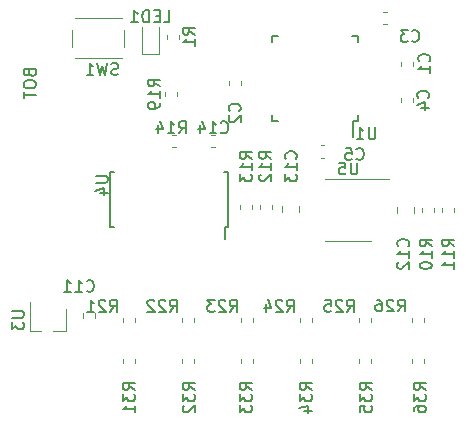
<source format=gbr>
G04 #@! TF.GenerationSoftware,KiCad,Pcbnew,(5.1.4)-1*
G04 #@! TF.CreationDate,2021-04-18T18:25:46+02:00*
G04 #@! TF.ProjectId,KUPS-DIM-6CVLED,4b555053-2d44-4494-9d2d-3643564c4544,V00.03*
G04 #@! TF.SameCoordinates,Original*
G04 #@! TF.FileFunction,Legend,Bot*
G04 #@! TF.FilePolarity,Positive*
%FSLAX46Y46*%
G04 Gerber Fmt 4.6, Leading zero omitted, Abs format (unit mm)*
G04 Created by KiCad (PCBNEW (5.1.4)-1) date 2021-04-18 18:25:46*
%MOMM*%
%LPD*%
G04 APERTURE LIST*
%ADD10C,0.150000*%
%ADD11C,0.120000*%
G04 APERTURE END LIST*
D10*
X91480571Y-106598666D02*
X91528190Y-106741523D01*
X91575809Y-106789142D01*
X91671047Y-106836761D01*
X91813904Y-106836761D01*
X91909142Y-106789142D01*
X91956761Y-106741523D01*
X92004380Y-106646285D01*
X92004380Y-106265333D01*
X91004380Y-106265333D01*
X91004380Y-106598666D01*
X91052000Y-106693904D01*
X91099619Y-106741523D01*
X91194857Y-106789142D01*
X91290095Y-106789142D01*
X91385333Y-106741523D01*
X91432952Y-106693904D01*
X91480571Y-106598666D01*
X91480571Y-106265333D01*
X91004380Y-107455809D02*
X91004380Y-107646285D01*
X91052000Y-107741523D01*
X91147238Y-107836761D01*
X91337714Y-107884380D01*
X91671047Y-107884380D01*
X91861523Y-107836761D01*
X91956761Y-107741523D01*
X92004380Y-107646285D01*
X92004380Y-107455809D01*
X91956761Y-107360571D01*
X91861523Y-107265333D01*
X91671047Y-107217714D01*
X91337714Y-107217714D01*
X91147238Y-107265333D01*
X91052000Y-107360571D01*
X91004380Y-107455809D01*
X91004380Y-108170095D02*
X91004380Y-108741523D01*
X92004380Y-108455809D02*
X91004380Y-108455809D01*
D11*
X112890000Y-118386252D02*
X112890000Y-117863748D01*
X114310000Y-118386252D02*
X114310000Y-117863748D01*
X104390000Y-131171267D02*
X104390000Y-130828733D01*
X105410000Y-131171267D02*
X105410000Y-130828733D01*
X99390000Y-131171267D02*
X99390000Y-130828733D01*
X100410000Y-131171267D02*
X100410000Y-130828733D01*
X99500000Y-104350000D02*
X99500000Y-102950000D01*
X95100000Y-104350000D02*
X95100000Y-102950000D01*
X95300000Y-101950000D02*
X99300000Y-101950000D01*
X95300000Y-105350000D02*
X99300000Y-105350000D01*
X118475000Y-115570000D02*
X121925000Y-115570000D01*
X118475000Y-115570000D02*
X116525000Y-115570000D01*
X118475000Y-120840000D02*
X120425000Y-120840000D01*
X118475000Y-120840000D02*
X116525000Y-120840000D01*
D10*
X108050000Y-119611000D02*
X108050000Y-120686000D01*
X98325000Y-119611000D02*
X98325000Y-114961000D01*
X108275000Y-119611000D02*
X108275000Y-114961000D01*
X98325000Y-119611000D02*
X98650000Y-119611000D01*
X98325000Y-114961000D02*
X98650000Y-114961000D01*
X108275000Y-114961000D02*
X107950000Y-114961000D01*
X108275000Y-119611000D02*
X108050000Y-119611000D01*
D11*
X106883593Y-111859760D02*
X107226127Y-111859760D01*
X106883593Y-112879760D02*
X107226127Y-112879760D01*
X104010000Y-108203733D02*
X104010000Y-108546267D01*
X102990000Y-108203733D02*
X102990000Y-108546267D01*
X99390000Y-127671267D02*
X99390000Y-127328733D01*
X100410000Y-127671267D02*
X100410000Y-127328733D01*
X104390000Y-127671267D02*
X104390000Y-127328733D01*
X105410000Y-127671267D02*
X105410000Y-127328733D01*
X124010000Y-117913748D02*
X124010000Y-118436252D01*
X122590000Y-117913748D02*
X122590000Y-118436252D01*
X91490000Y-128430000D02*
X91490000Y-126000000D01*
X91500000Y-128450000D02*
X92500000Y-128450000D01*
X94550000Y-128450000D02*
X94550000Y-126600000D01*
X93500000Y-128450000D02*
X94550000Y-128450000D01*
X110310000Y-117753733D02*
X110310000Y-118096267D01*
X109290000Y-117753733D02*
X109290000Y-118096267D01*
X112010000Y-117753733D02*
X112010000Y-118096267D01*
X110990000Y-117753733D02*
X110990000Y-118096267D01*
X123890000Y-131171267D02*
X123890000Y-130828733D01*
X124910000Y-131171267D02*
X124910000Y-130828733D01*
X119390000Y-131171267D02*
X119390000Y-130828733D01*
X120410000Y-131171267D02*
X120410000Y-130828733D01*
X114390000Y-131171267D02*
X114390000Y-130828733D01*
X115410000Y-131171267D02*
X115410000Y-130828733D01*
X109390000Y-131171267D02*
X109390000Y-130828733D01*
X110410000Y-131171267D02*
X110410000Y-130828733D01*
X123890000Y-127671267D02*
X123890000Y-127328733D01*
X124910000Y-127671267D02*
X124910000Y-127328733D01*
X114390000Y-127671267D02*
X114390000Y-127328733D01*
X115410000Y-127671267D02*
X115410000Y-127328733D01*
X103107000Y-103680267D02*
X103107000Y-103337733D01*
X104127000Y-103680267D02*
X104127000Y-103337733D01*
X109390000Y-127671267D02*
X109390000Y-127328733D01*
X110410000Y-127671267D02*
X110410000Y-127328733D01*
X127410000Y-118053733D02*
X127410000Y-118396267D01*
X126390000Y-118053733D02*
X126390000Y-118396267D01*
X125710000Y-118053733D02*
X125710000Y-118396267D01*
X124690000Y-118053733D02*
X124690000Y-118396267D01*
X103528313Y-111864840D02*
X103870847Y-111864840D01*
X103528313Y-112884840D02*
X103870847Y-112884840D01*
X119390000Y-127671267D02*
X119390000Y-127328733D01*
X120410000Y-127671267D02*
X120410000Y-127328733D01*
X97010000Y-126953733D02*
X97010000Y-127296267D01*
X95990000Y-126953733D02*
X95990000Y-127296267D01*
X116131361Y-112730980D02*
X116456919Y-112730980D01*
X116131361Y-113750980D02*
X116456919Y-113750980D01*
X122926620Y-109027439D02*
X122926620Y-108701881D01*
X123946620Y-109027439D02*
X123946620Y-108701881D01*
X121742559Y-102470840D02*
X121417001Y-102470840D01*
X121742559Y-101450840D02*
X121417001Y-101450840D01*
X108397820Y-107632879D02*
X108397820Y-107307321D01*
X109417820Y-107632879D02*
X109417820Y-107307321D01*
D10*
X118856600Y-110673460D02*
X118856600Y-112048460D01*
X119281600Y-103423460D02*
X119281600Y-103948460D01*
X112031600Y-103423460D02*
X112031600Y-103948460D01*
X112031600Y-110673460D02*
X112031600Y-110148460D01*
X119281600Y-110673460D02*
X119281600Y-110148460D01*
X112031600Y-110673460D02*
X112556600Y-110673460D01*
X112031600Y-103423460D02*
X112556600Y-103423460D01*
X119281600Y-103423460D02*
X118756600Y-103423460D01*
X119281600Y-110673460D02*
X118856600Y-110673460D01*
D11*
X100977000Y-104954500D02*
X100977000Y-102669500D01*
X102447000Y-104954500D02*
X100977000Y-104954500D01*
X102447000Y-102669500D02*
X102447000Y-104954500D01*
X123946620Y-105691981D02*
X123946620Y-106017539D01*
X122926620Y-105691981D02*
X122926620Y-106017539D01*
D10*
X114007142Y-113857142D02*
X114054761Y-113809523D01*
X114102380Y-113666666D01*
X114102380Y-113571428D01*
X114054761Y-113428571D01*
X113959523Y-113333333D01*
X113864285Y-113285714D01*
X113673809Y-113238095D01*
X113530952Y-113238095D01*
X113340476Y-113285714D01*
X113245238Y-113333333D01*
X113150000Y-113428571D01*
X113102380Y-113571428D01*
X113102380Y-113666666D01*
X113150000Y-113809523D01*
X113197619Y-113857142D01*
X114102380Y-114809523D02*
X114102380Y-114238095D01*
X114102380Y-114523809D02*
X113102380Y-114523809D01*
X113245238Y-114428571D01*
X113340476Y-114333333D01*
X113388095Y-114238095D01*
X113102380Y-115142857D02*
X113102380Y-115761904D01*
X113483333Y-115428571D01*
X113483333Y-115571428D01*
X113530952Y-115666666D01*
X113578571Y-115714285D01*
X113673809Y-115761904D01*
X113911904Y-115761904D01*
X114007142Y-115714285D01*
X114054761Y-115666666D01*
X114102380Y-115571428D01*
X114102380Y-115285714D01*
X114054761Y-115190476D01*
X114007142Y-115142857D01*
X105466380Y-133427142D02*
X104990190Y-133093809D01*
X105466380Y-132855714D02*
X104466380Y-132855714D01*
X104466380Y-133236666D01*
X104514000Y-133331904D01*
X104561619Y-133379523D01*
X104656857Y-133427142D01*
X104799714Y-133427142D01*
X104894952Y-133379523D01*
X104942571Y-133331904D01*
X104990190Y-133236666D01*
X104990190Y-132855714D01*
X104466380Y-133760476D02*
X104466380Y-134379523D01*
X104847333Y-134046190D01*
X104847333Y-134189047D01*
X104894952Y-134284285D01*
X104942571Y-134331904D01*
X105037809Y-134379523D01*
X105275904Y-134379523D01*
X105371142Y-134331904D01*
X105418761Y-134284285D01*
X105466380Y-134189047D01*
X105466380Y-133903333D01*
X105418761Y-133808095D01*
X105371142Y-133760476D01*
X104561619Y-134760476D02*
X104514000Y-134808095D01*
X104466380Y-134903333D01*
X104466380Y-135141428D01*
X104514000Y-135236666D01*
X104561619Y-135284285D01*
X104656857Y-135331904D01*
X104752095Y-135331904D01*
X104894952Y-135284285D01*
X105466380Y-134712857D01*
X105466380Y-135331904D01*
X100386380Y-133427142D02*
X99910190Y-133093809D01*
X100386380Y-132855714D02*
X99386380Y-132855714D01*
X99386380Y-133236666D01*
X99434000Y-133331904D01*
X99481619Y-133379523D01*
X99576857Y-133427142D01*
X99719714Y-133427142D01*
X99814952Y-133379523D01*
X99862571Y-133331904D01*
X99910190Y-133236666D01*
X99910190Y-132855714D01*
X99386380Y-133760476D02*
X99386380Y-134379523D01*
X99767333Y-134046190D01*
X99767333Y-134189047D01*
X99814952Y-134284285D01*
X99862571Y-134331904D01*
X99957809Y-134379523D01*
X100195904Y-134379523D01*
X100291142Y-134331904D01*
X100338761Y-134284285D01*
X100386380Y-134189047D01*
X100386380Y-133903333D01*
X100338761Y-133808095D01*
X100291142Y-133760476D01*
X100386380Y-135331904D02*
X100386380Y-134760476D01*
X100386380Y-135046190D02*
X99386380Y-135046190D01*
X99529238Y-134950952D01*
X99624476Y-134855714D01*
X99672095Y-134760476D01*
X98983333Y-106704761D02*
X98840476Y-106752380D01*
X98602380Y-106752380D01*
X98507142Y-106704761D01*
X98459523Y-106657142D01*
X98411904Y-106561904D01*
X98411904Y-106466666D01*
X98459523Y-106371428D01*
X98507142Y-106323809D01*
X98602380Y-106276190D01*
X98792857Y-106228571D01*
X98888095Y-106180952D01*
X98935714Y-106133333D01*
X98983333Y-106038095D01*
X98983333Y-105942857D01*
X98935714Y-105847619D01*
X98888095Y-105800000D01*
X98792857Y-105752380D01*
X98554761Y-105752380D01*
X98411904Y-105800000D01*
X98078571Y-105752380D02*
X97840476Y-106752380D01*
X97650000Y-106038095D01*
X97459523Y-106752380D01*
X97221428Y-105752380D01*
X96316666Y-106752380D02*
X96888095Y-106752380D01*
X96602380Y-106752380D02*
X96602380Y-105752380D01*
X96697619Y-105895238D01*
X96792857Y-105990476D01*
X96888095Y-106038095D01*
X119236904Y-114177380D02*
X119236904Y-114986904D01*
X119189285Y-115082142D01*
X119141666Y-115129761D01*
X119046428Y-115177380D01*
X118855952Y-115177380D01*
X118760714Y-115129761D01*
X118713095Y-115082142D01*
X118665476Y-114986904D01*
X118665476Y-114177380D01*
X117713095Y-114177380D02*
X118189285Y-114177380D01*
X118236904Y-114653571D01*
X118189285Y-114605952D01*
X118094047Y-114558333D01*
X117855952Y-114558333D01*
X117760714Y-114605952D01*
X117713095Y-114653571D01*
X117665476Y-114748809D01*
X117665476Y-114986904D01*
X117713095Y-115082142D01*
X117760714Y-115129761D01*
X117855952Y-115177380D01*
X118094047Y-115177380D01*
X118189285Y-115129761D01*
X118236904Y-115082142D01*
X97100380Y-115306095D02*
X97909904Y-115306095D01*
X98005142Y-115353714D01*
X98052761Y-115401333D01*
X98100380Y-115496571D01*
X98100380Y-115687047D01*
X98052761Y-115782285D01*
X98005142Y-115829904D01*
X97909904Y-115877523D01*
X97100380Y-115877523D01*
X97433714Y-116782285D02*
X98100380Y-116782285D01*
X97052761Y-116544190D02*
X97767047Y-116306095D01*
X97767047Y-116925142D01*
X107688857Y-111599142D02*
X107736476Y-111646761D01*
X107879333Y-111694380D01*
X107974571Y-111694380D01*
X108117428Y-111646761D01*
X108212666Y-111551523D01*
X108260285Y-111456285D01*
X108307904Y-111265809D01*
X108307904Y-111122952D01*
X108260285Y-110932476D01*
X108212666Y-110837238D01*
X108117428Y-110742000D01*
X107974571Y-110694380D01*
X107879333Y-110694380D01*
X107736476Y-110742000D01*
X107688857Y-110789619D01*
X106736476Y-111694380D02*
X107307904Y-111694380D01*
X107022190Y-111694380D02*
X107022190Y-110694380D01*
X107117428Y-110837238D01*
X107212666Y-110932476D01*
X107307904Y-110980095D01*
X105879333Y-111027714D02*
X105879333Y-111694380D01*
X106117428Y-110646761D02*
X106355523Y-111361047D01*
X105736476Y-111361047D01*
X102522380Y-107732142D02*
X102046190Y-107398809D01*
X102522380Y-107160714D02*
X101522380Y-107160714D01*
X101522380Y-107541666D01*
X101570000Y-107636904D01*
X101617619Y-107684523D01*
X101712857Y-107732142D01*
X101855714Y-107732142D01*
X101950952Y-107684523D01*
X101998571Y-107636904D01*
X102046190Y-107541666D01*
X102046190Y-107160714D01*
X102522380Y-108684523D02*
X102522380Y-108113095D01*
X102522380Y-108398809D02*
X101522380Y-108398809D01*
X101665238Y-108303571D01*
X101760476Y-108208333D01*
X101808095Y-108113095D01*
X102522380Y-109160714D02*
X102522380Y-109351190D01*
X102474761Y-109446428D01*
X102427142Y-109494047D01*
X102284285Y-109589285D01*
X102093809Y-109636904D01*
X101712857Y-109636904D01*
X101617619Y-109589285D01*
X101570000Y-109541666D01*
X101522380Y-109446428D01*
X101522380Y-109255952D01*
X101570000Y-109160714D01*
X101617619Y-109113095D01*
X101712857Y-109065476D01*
X101950952Y-109065476D01*
X102046190Y-109113095D01*
X102093809Y-109160714D01*
X102141428Y-109255952D01*
X102141428Y-109446428D01*
X102093809Y-109541666D01*
X102046190Y-109589285D01*
X101950952Y-109636904D01*
X98290857Y-126802380D02*
X98624190Y-126326190D01*
X98862285Y-126802380D02*
X98862285Y-125802380D01*
X98481333Y-125802380D01*
X98386095Y-125850000D01*
X98338476Y-125897619D01*
X98290857Y-125992857D01*
X98290857Y-126135714D01*
X98338476Y-126230952D01*
X98386095Y-126278571D01*
X98481333Y-126326190D01*
X98862285Y-126326190D01*
X97909904Y-125897619D02*
X97862285Y-125850000D01*
X97767047Y-125802380D01*
X97528952Y-125802380D01*
X97433714Y-125850000D01*
X97386095Y-125897619D01*
X97338476Y-125992857D01*
X97338476Y-126088095D01*
X97386095Y-126230952D01*
X97957523Y-126802380D01*
X97338476Y-126802380D01*
X96386095Y-126802380D02*
X96957523Y-126802380D01*
X96671809Y-126802380D02*
X96671809Y-125802380D01*
X96767047Y-125945238D01*
X96862285Y-126040476D01*
X96957523Y-126088095D01*
X103370857Y-126802380D02*
X103704190Y-126326190D01*
X103942285Y-126802380D02*
X103942285Y-125802380D01*
X103561333Y-125802380D01*
X103466095Y-125850000D01*
X103418476Y-125897619D01*
X103370857Y-125992857D01*
X103370857Y-126135714D01*
X103418476Y-126230952D01*
X103466095Y-126278571D01*
X103561333Y-126326190D01*
X103942285Y-126326190D01*
X102989904Y-125897619D02*
X102942285Y-125850000D01*
X102847047Y-125802380D01*
X102608952Y-125802380D01*
X102513714Y-125850000D01*
X102466095Y-125897619D01*
X102418476Y-125992857D01*
X102418476Y-126088095D01*
X102466095Y-126230952D01*
X103037523Y-126802380D01*
X102418476Y-126802380D01*
X102037523Y-125897619D02*
X101989904Y-125850000D01*
X101894666Y-125802380D01*
X101656571Y-125802380D01*
X101561333Y-125850000D01*
X101513714Y-125897619D01*
X101466095Y-125992857D01*
X101466095Y-126088095D01*
X101513714Y-126230952D01*
X102085142Y-126802380D01*
X101466095Y-126802380D01*
X123532142Y-121267142D02*
X123579761Y-121219523D01*
X123627380Y-121076666D01*
X123627380Y-120981428D01*
X123579761Y-120838571D01*
X123484523Y-120743333D01*
X123389285Y-120695714D01*
X123198809Y-120648095D01*
X123055952Y-120648095D01*
X122865476Y-120695714D01*
X122770238Y-120743333D01*
X122675000Y-120838571D01*
X122627380Y-120981428D01*
X122627380Y-121076666D01*
X122675000Y-121219523D01*
X122722619Y-121267142D01*
X123627380Y-122219523D02*
X123627380Y-121648095D01*
X123627380Y-121933809D02*
X122627380Y-121933809D01*
X122770238Y-121838571D01*
X122865476Y-121743333D01*
X122913095Y-121648095D01*
X122722619Y-122600476D02*
X122675000Y-122648095D01*
X122627380Y-122743333D01*
X122627380Y-122981428D01*
X122675000Y-123076666D01*
X122722619Y-123124285D01*
X122817857Y-123171904D01*
X122913095Y-123171904D01*
X123055952Y-123124285D01*
X123627380Y-122552857D01*
X123627380Y-123171904D01*
X90002380Y-126738095D02*
X90811904Y-126738095D01*
X90907142Y-126785714D01*
X90954761Y-126833333D01*
X91002380Y-126928571D01*
X91002380Y-127119047D01*
X90954761Y-127214285D01*
X90907142Y-127261904D01*
X90811904Y-127309523D01*
X90002380Y-127309523D01*
X90002380Y-127690476D02*
X90002380Y-128309523D01*
X90383333Y-127976190D01*
X90383333Y-128119047D01*
X90430952Y-128214285D01*
X90478571Y-128261904D01*
X90573809Y-128309523D01*
X90811904Y-128309523D01*
X90907142Y-128261904D01*
X90954761Y-128214285D01*
X91002380Y-128119047D01*
X91002380Y-127833333D01*
X90954761Y-127738095D01*
X90907142Y-127690476D01*
X110292380Y-113857142D02*
X109816190Y-113523809D01*
X110292380Y-113285714D02*
X109292380Y-113285714D01*
X109292380Y-113666666D01*
X109340000Y-113761904D01*
X109387619Y-113809523D01*
X109482857Y-113857142D01*
X109625714Y-113857142D01*
X109720952Y-113809523D01*
X109768571Y-113761904D01*
X109816190Y-113666666D01*
X109816190Y-113285714D01*
X110292380Y-114809523D02*
X110292380Y-114238095D01*
X110292380Y-114523809D02*
X109292380Y-114523809D01*
X109435238Y-114428571D01*
X109530476Y-114333333D01*
X109578095Y-114238095D01*
X109292380Y-115142857D02*
X109292380Y-115761904D01*
X109673333Y-115428571D01*
X109673333Y-115571428D01*
X109720952Y-115666666D01*
X109768571Y-115714285D01*
X109863809Y-115761904D01*
X110101904Y-115761904D01*
X110197142Y-115714285D01*
X110244761Y-115666666D01*
X110292380Y-115571428D01*
X110292380Y-115285714D01*
X110244761Y-115190476D01*
X110197142Y-115142857D01*
X111952380Y-113857142D02*
X111476190Y-113523809D01*
X111952380Y-113285714D02*
X110952380Y-113285714D01*
X110952380Y-113666666D01*
X111000000Y-113761904D01*
X111047619Y-113809523D01*
X111142857Y-113857142D01*
X111285714Y-113857142D01*
X111380952Y-113809523D01*
X111428571Y-113761904D01*
X111476190Y-113666666D01*
X111476190Y-113285714D01*
X111952380Y-114809523D02*
X111952380Y-114238095D01*
X111952380Y-114523809D02*
X110952380Y-114523809D01*
X111095238Y-114428571D01*
X111190476Y-114333333D01*
X111238095Y-114238095D01*
X111047619Y-115190476D02*
X111000000Y-115238095D01*
X110952380Y-115333333D01*
X110952380Y-115571428D01*
X111000000Y-115666666D01*
X111047619Y-115714285D01*
X111142857Y-115761904D01*
X111238095Y-115761904D01*
X111380952Y-115714285D01*
X111952380Y-115142857D01*
X111952380Y-115761904D01*
X125024380Y-133427142D02*
X124548190Y-133093809D01*
X125024380Y-132855714D02*
X124024380Y-132855714D01*
X124024380Y-133236666D01*
X124072000Y-133331904D01*
X124119619Y-133379523D01*
X124214857Y-133427142D01*
X124357714Y-133427142D01*
X124452952Y-133379523D01*
X124500571Y-133331904D01*
X124548190Y-133236666D01*
X124548190Y-132855714D01*
X124024380Y-133760476D02*
X124024380Y-134379523D01*
X124405333Y-134046190D01*
X124405333Y-134189047D01*
X124452952Y-134284285D01*
X124500571Y-134331904D01*
X124595809Y-134379523D01*
X124833904Y-134379523D01*
X124929142Y-134331904D01*
X124976761Y-134284285D01*
X125024380Y-134189047D01*
X125024380Y-133903333D01*
X124976761Y-133808095D01*
X124929142Y-133760476D01*
X124024380Y-135236666D02*
X124024380Y-135046190D01*
X124072000Y-134950952D01*
X124119619Y-134903333D01*
X124262476Y-134808095D01*
X124452952Y-134760476D01*
X124833904Y-134760476D01*
X124929142Y-134808095D01*
X124976761Y-134855714D01*
X125024380Y-134950952D01*
X125024380Y-135141428D01*
X124976761Y-135236666D01*
X124929142Y-135284285D01*
X124833904Y-135331904D01*
X124595809Y-135331904D01*
X124500571Y-135284285D01*
X124452952Y-135236666D01*
X124405333Y-135141428D01*
X124405333Y-134950952D01*
X124452952Y-134855714D01*
X124500571Y-134808095D01*
X124595809Y-134760476D01*
X120452380Y-133427142D02*
X119976190Y-133093809D01*
X120452380Y-132855714D02*
X119452380Y-132855714D01*
X119452380Y-133236666D01*
X119500000Y-133331904D01*
X119547619Y-133379523D01*
X119642857Y-133427142D01*
X119785714Y-133427142D01*
X119880952Y-133379523D01*
X119928571Y-133331904D01*
X119976190Y-133236666D01*
X119976190Y-132855714D01*
X119452380Y-133760476D02*
X119452380Y-134379523D01*
X119833333Y-134046190D01*
X119833333Y-134189047D01*
X119880952Y-134284285D01*
X119928571Y-134331904D01*
X120023809Y-134379523D01*
X120261904Y-134379523D01*
X120357142Y-134331904D01*
X120404761Y-134284285D01*
X120452380Y-134189047D01*
X120452380Y-133903333D01*
X120404761Y-133808095D01*
X120357142Y-133760476D01*
X119452380Y-135284285D02*
X119452380Y-134808095D01*
X119928571Y-134760476D01*
X119880952Y-134808095D01*
X119833333Y-134903333D01*
X119833333Y-135141428D01*
X119880952Y-135236666D01*
X119928571Y-135284285D01*
X120023809Y-135331904D01*
X120261904Y-135331904D01*
X120357142Y-135284285D01*
X120404761Y-135236666D01*
X120452380Y-135141428D01*
X120452380Y-134903333D01*
X120404761Y-134808095D01*
X120357142Y-134760476D01*
X115372380Y-133427142D02*
X114896190Y-133093809D01*
X115372380Y-132855714D02*
X114372380Y-132855714D01*
X114372380Y-133236666D01*
X114420000Y-133331904D01*
X114467619Y-133379523D01*
X114562857Y-133427142D01*
X114705714Y-133427142D01*
X114800952Y-133379523D01*
X114848571Y-133331904D01*
X114896190Y-133236666D01*
X114896190Y-132855714D01*
X114372380Y-133760476D02*
X114372380Y-134379523D01*
X114753333Y-134046190D01*
X114753333Y-134189047D01*
X114800952Y-134284285D01*
X114848571Y-134331904D01*
X114943809Y-134379523D01*
X115181904Y-134379523D01*
X115277142Y-134331904D01*
X115324761Y-134284285D01*
X115372380Y-134189047D01*
X115372380Y-133903333D01*
X115324761Y-133808095D01*
X115277142Y-133760476D01*
X114705714Y-135236666D02*
X115372380Y-135236666D01*
X114324761Y-134998571D02*
X115039047Y-134760476D01*
X115039047Y-135379523D01*
X110292380Y-133427142D02*
X109816190Y-133093809D01*
X110292380Y-132855714D02*
X109292380Y-132855714D01*
X109292380Y-133236666D01*
X109340000Y-133331904D01*
X109387619Y-133379523D01*
X109482857Y-133427142D01*
X109625714Y-133427142D01*
X109720952Y-133379523D01*
X109768571Y-133331904D01*
X109816190Y-133236666D01*
X109816190Y-132855714D01*
X109292380Y-133760476D02*
X109292380Y-134379523D01*
X109673333Y-134046190D01*
X109673333Y-134189047D01*
X109720952Y-134284285D01*
X109768571Y-134331904D01*
X109863809Y-134379523D01*
X110101904Y-134379523D01*
X110197142Y-134331904D01*
X110244761Y-134284285D01*
X110292380Y-134189047D01*
X110292380Y-133903333D01*
X110244761Y-133808095D01*
X110197142Y-133760476D01*
X109292380Y-134712857D02*
X109292380Y-135331904D01*
X109673333Y-134998571D01*
X109673333Y-135141428D01*
X109720952Y-135236666D01*
X109768571Y-135284285D01*
X109863809Y-135331904D01*
X110101904Y-135331904D01*
X110197142Y-135284285D01*
X110244761Y-135236666D01*
X110292380Y-135141428D01*
X110292380Y-134855714D01*
X110244761Y-134760476D01*
X110197142Y-134712857D01*
X122674857Y-126777380D02*
X123008190Y-126301190D01*
X123246285Y-126777380D02*
X123246285Y-125777380D01*
X122865333Y-125777380D01*
X122770095Y-125825000D01*
X122722476Y-125872619D01*
X122674857Y-125967857D01*
X122674857Y-126110714D01*
X122722476Y-126205952D01*
X122770095Y-126253571D01*
X122865333Y-126301190D01*
X123246285Y-126301190D01*
X122293904Y-125872619D02*
X122246285Y-125825000D01*
X122151047Y-125777380D01*
X121912952Y-125777380D01*
X121817714Y-125825000D01*
X121770095Y-125872619D01*
X121722476Y-125967857D01*
X121722476Y-126063095D01*
X121770095Y-126205952D01*
X122341523Y-126777380D01*
X121722476Y-126777380D01*
X120865333Y-125777380D02*
X121055809Y-125777380D01*
X121151047Y-125825000D01*
X121198666Y-125872619D01*
X121293904Y-126015476D01*
X121341523Y-126205952D01*
X121341523Y-126586904D01*
X121293904Y-126682142D01*
X121246285Y-126729761D01*
X121151047Y-126777380D01*
X120960571Y-126777380D01*
X120865333Y-126729761D01*
X120817714Y-126682142D01*
X120770095Y-126586904D01*
X120770095Y-126348809D01*
X120817714Y-126253571D01*
X120865333Y-126205952D01*
X120960571Y-126158333D01*
X121151047Y-126158333D01*
X121246285Y-126205952D01*
X121293904Y-126253571D01*
X121341523Y-126348809D01*
X113276857Y-126802380D02*
X113610190Y-126326190D01*
X113848285Y-126802380D02*
X113848285Y-125802380D01*
X113467333Y-125802380D01*
X113372095Y-125850000D01*
X113324476Y-125897619D01*
X113276857Y-125992857D01*
X113276857Y-126135714D01*
X113324476Y-126230952D01*
X113372095Y-126278571D01*
X113467333Y-126326190D01*
X113848285Y-126326190D01*
X112895904Y-125897619D02*
X112848285Y-125850000D01*
X112753047Y-125802380D01*
X112514952Y-125802380D01*
X112419714Y-125850000D01*
X112372095Y-125897619D01*
X112324476Y-125992857D01*
X112324476Y-126088095D01*
X112372095Y-126230952D01*
X112943523Y-126802380D01*
X112324476Y-126802380D01*
X111467333Y-126135714D02*
X111467333Y-126802380D01*
X111705428Y-125754761D02*
X111943523Y-126469047D01*
X111324476Y-126469047D01*
X105466380Y-103342333D02*
X104990190Y-103009000D01*
X105466380Y-102770904D02*
X104466380Y-102770904D01*
X104466380Y-103151857D01*
X104514000Y-103247095D01*
X104561619Y-103294714D01*
X104656857Y-103342333D01*
X104799714Y-103342333D01*
X104894952Y-103294714D01*
X104942571Y-103247095D01*
X104990190Y-103151857D01*
X104990190Y-102770904D01*
X105466380Y-104294714D02*
X105466380Y-103723285D01*
X105466380Y-104009000D02*
X104466380Y-104009000D01*
X104609238Y-103913761D01*
X104704476Y-103818523D01*
X104752095Y-103723285D01*
X108450857Y-126802380D02*
X108784190Y-126326190D01*
X109022285Y-126802380D02*
X109022285Y-125802380D01*
X108641333Y-125802380D01*
X108546095Y-125850000D01*
X108498476Y-125897619D01*
X108450857Y-125992857D01*
X108450857Y-126135714D01*
X108498476Y-126230952D01*
X108546095Y-126278571D01*
X108641333Y-126326190D01*
X109022285Y-126326190D01*
X108069904Y-125897619D02*
X108022285Y-125850000D01*
X107927047Y-125802380D01*
X107688952Y-125802380D01*
X107593714Y-125850000D01*
X107546095Y-125897619D01*
X107498476Y-125992857D01*
X107498476Y-126088095D01*
X107546095Y-126230952D01*
X108117523Y-126802380D01*
X107498476Y-126802380D01*
X107165142Y-125802380D02*
X106546095Y-125802380D01*
X106879428Y-126183333D01*
X106736571Y-126183333D01*
X106641333Y-126230952D01*
X106593714Y-126278571D01*
X106546095Y-126373809D01*
X106546095Y-126611904D01*
X106593714Y-126707142D01*
X106641333Y-126754761D01*
X106736571Y-126802380D01*
X107022285Y-126802380D01*
X107117523Y-126754761D01*
X107165142Y-126707142D01*
X127437380Y-121267142D02*
X126961190Y-120933809D01*
X127437380Y-120695714D02*
X126437380Y-120695714D01*
X126437380Y-121076666D01*
X126485000Y-121171904D01*
X126532619Y-121219523D01*
X126627857Y-121267142D01*
X126770714Y-121267142D01*
X126865952Y-121219523D01*
X126913571Y-121171904D01*
X126961190Y-121076666D01*
X126961190Y-120695714D01*
X127437380Y-122219523D02*
X127437380Y-121648095D01*
X127437380Y-121933809D02*
X126437380Y-121933809D01*
X126580238Y-121838571D01*
X126675476Y-121743333D01*
X126723095Y-121648095D01*
X127437380Y-123171904D02*
X127437380Y-122600476D01*
X127437380Y-122886190D02*
X126437380Y-122886190D01*
X126580238Y-122790952D01*
X126675476Y-122695714D01*
X126723095Y-122600476D01*
X125532380Y-121267142D02*
X125056190Y-120933809D01*
X125532380Y-120695714D02*
X124532380Y-120695714D01*
X124532380Y-121076666D01*
X124580000Y-121171904D01*
X124627619Y-121219523D01*
X124722857Y-121267142D01*
X124865714Y-121267142D01*
X124960952Y-121219523D01*
X125008571Y-121171904D01*
X125056190Y-121076666D01*
X125056190Y-120695714D01*
X125532380Y-122219523D02*
X125532380Y-121648095D01*
X125532380Y-121933809D02*
X124532380Y-121933809D01*
X124675238Y-121838571D01*
X124770476Y-121743333D01*
X124818095Y-121648095D01*
X124532380Y-122838571D02*
X124532380Y-122933809D01*
X124580000Y-123029047D01*
X124627619Y-123076666D01*
X124722857Y-123124285D01*
X124913333Y-123171904D01*
X125151428Y-123171904D01*
X125341904Y-123124285D01*
X125437142Y-123076666D01*
X125484761Y-123029047D01*
X125532380Y-122933809D01*
X125532380Y-122838571D01*
X125484761Y-122743333D01*
X125437142Y-122695714D01*
X125341904Y-122648095D01*
X125151428Y-122600476D01*
X124913333Y-122600476D01*
X124722857Y-122648095D01*
X124627619Y-122695714D01*
X124580000Y-122743333D01*
X124532380Y-122838571D01*
X104132857Y-111694380D02*
X104466190Y-111218190D01*
X104704285Y-111694380D02*
X104704285Y-110694380D01*
X104323333Y-110694380D01*
X104228095Y-110742000D01*
X104180476Y-110789619D01*
X104132857Y-110884857D01*
X104132857Y-111027714D01*
X104180476Y-111122952D01*
X104228095Y-111170571D01*
X104323333Y-111218190D01*
X104704285Y-111218190D01*
X103180476Y-111694380D02*
X103751904Y-111694380D01*
X103466190Y-111694380D02*
X103466190Y-110694380D01*
X103561428Y-110837238D01*
X103656666Y-110932476D01*
X103751904Y-110980095D01*
X102323333Y-111027714D02*
X102323333Y-111694380D01*
X102561428Y-110646761D02*
X102799523Y-111361047D01*
X102180476Y-111361047D01*
X118356857Y-126802380D02*
X118690190Y-126326190D01*
X118928285Y-126802380D02*
X118928285Y-125802380D01*
X118547333Y-125802380D01*
X118452095Y-125850000D01*
X118404476Y-125897619D01*
X118356857Y-125992857D01*
X118356857Y-126135714D01*
X118404476Y-126230952D01*
X118452095Y-126278571D01*
X118547333Y-126326190D01*
X118928285Y-126326190D01*
X117975904Y-125897619D02*
X117928285Y-125850000D01*
X117833047Y-125802380D01*
X117594952Y-125802380D01*
X117499714Y-125850000D01*
X117452095Y-125897619D01*
X117404476Y-125992857D01*
X117404476Y-126088095D01*
X117452095Y-126230952D01*
X118023523Y-126802380D01*
X117404476Y-126802380D01*
X116499714Y-125802380D02*
X116975904Y-125802380D01*
X117023523Y-126278571D01*
X116975904Y-126230952D01*
X116880666Y-126183333D01*
X116642571Y-126183333D01*
X116547333Y-126230952D01*
X116499714Y-126278571D01*
X116452095Y-126373809D01*
X116452095Y-126611904D01*
X116499714Y-126707142D01*
X116547333Y-126754761D01*
X116642571Y-126802380D01*
X116880666Y-126802380D01*
X116975904Y-126754761D01*
X117023523Y-126707142D01*
X96312857Y-125027142D02*
X96360476Y-125074761D01*
X96503333Y-125122380D01*
X96598571Y-125122380D01*
X96741428Y-125074761D01*
X96836666Y-124979523D01*
X96884285Y-124884285D01*
X96931904Y-124693809D01*
X96931904Y-124550952D01*
X96884285Y-124360476D01*
X96836666Y-124265238D01*
X96741428Y-124170000D01*
X96598571Y-124122380D01*
X96503333Y-124122380D01*
X96360476Y-124170000D01*
X96312857Y-124217619D01*
X95360476Y-125122380D02*
X95931904Y-125122380D01*
X95646190Y-125122380D02*
X95646190Y-124122380D01*
X95741428Y-124265238D01*
X95836666Y-124360476D01*
X95931904Y-124408095D01*
X94408095Y-125122380D02*
X94979523Y-125122380D01*
X94693809Y-125122380D02*
X94693809Y-124122380D01*
X94789047Y-124265238D01*
X94884285Y-124360476D01*
X94979523Y-124408095D01*
X119166666Y-113857142D02*
X119214285Y-113904761D01*
X119357142Y-113952380D01*
X119452380Y-113952380D01*
X119595238Y-113904761D01*
X119690476Y-113809523D01*
X119738095Y-113714285D01*
X119785714Y-113523809D01*
X119785714Y-113380952D01*
X119738095Y-113190476D01*
X119690476Y-113095238D01*
X119595238Y-113000000D01*
X119452380Y-112952380D01*
X119357142Y-112952380D01*
X119214285Y-113000000D01*
X119166666Y-113047619D01*
X118261904Y-112952380D02*
X118738095Y-112952380D01*
X118785714Y-113428571D01*
X118738095Y-113380952D01*
X118642857Y-113333333D01*
X118404761Y-113333333D01*
X118309523Y-113380952D01*
X118261904Y-113428571D01*
X118214285Y-113523809D01*
X118214285Y-113761904D01*
X118261904Y-113857142D01*
X118309523Y-113904761D01*
X118404761Y-113952380D01*
X118642857Y-113952380D01*
X118738095Y-113904761D01*
X118785714Y-113857142D01*
X125223762Y-108697993D02*
X125271381Y-108650374D01*
X125319000Y-108507517D01*
X125319000Y-108412279D01*
X125271381Y-108269421D01*
X125176143Y-108174183D01*
X125080905Y-108126564D01*
X124890429Y-108078945D01*
X124747572Y-108078945D01*
X124557096Y-108126564D01*
X124461858Y-108174183D01*
X124366620Y-108269421D01*
X124319000Y-108412279D01*
X124319000Y-108507517D01*
X124366620Y-108650374D01*
X124414239Y-108697993D01*
X124652334Y-109555136D02*
X125319000Y-109555136D01*
X124271381Y-109317040D02*
X124985667Y-109078945D01*
X124985667Y-109697993D01*
X123849666Y-103852142D02*
X123897285Y-103899761D01*
X124040142Y-103947380D01*
X124135380Y-103947380D01*
X124278238Y-103899761D01*
X124373476Y-103804523D01*
X124421095Y-103709285D01*
X124468714Y-103518809D01*
X124468714Y-103375952D01*
X124421095Y-103185476D01*
X124373476Y-103090238D01*
X124278238Y-102995000D01*
X124135380Y-102947380D01*
X124040142Y-102947380D01*
X123897285Y-102995000D01*
X123849666Y-103042619D01*
X123516333Y-102947380D02*
X122897285Y-102947380D01*
X123230619Y-103328333D01*
X123087761Y-103328333D01*
X122992523Y-103375952D01*
X122944904Y-103423571D01*
X122897285Y-103518809D01*
X122897285Y-103756904D01*
X122944904Y-103852142D01*
X122992523Y-103899761D01*
X123087761Y-103947380D01*
X123373476Y-103947380D01*
X123468714Y-103899761D01*
X123516333Y-103852142D01*
X109262422Y-109802793D02*
X109310041Y-109755174D01*
X109357660Y-109612317D01*
X109357660Y-109517079D01*
X109310041Y-109374221D01*
X109214803Y-109278983D01*
X109119565Y-109231364D01*
X108929089Y-109183745D01*
X108786232Y-109183745D01*
X108595756Y-109231364D01*
X108500518Y-109278983D01*
X108405280Y-109374221D01*
X108357660Y-109517079D01*
X108357660Y-109612317D01*
X108405280Y-109755174D01*
X108452899Y-109802793D01*
X108452899Y-110183745D02*
X108405280Y-110231364D01*
X108357660Y-110326602D01*
X108357660Y-110564698D01*
X108405280Y-110659936D01*
X108452899Y-110707555D01*
X108548137Y-110755174D01*
X108643375Y-110755174D01*
X108786232Y-110707555D01*
X109357660Y-110136126D01*
X109357660Y-110755174D01*
X120761904Y-111202380D02*
X120761904Y-112011904D01*
X120714285Y-112107142D01*
X120666666Y-112154761D01*
X120571428Y-112202380D01*
X120380952Y-112202380D01*
X120285714Y-112154761D01*
X120238095Y-112107142D01*
X120190476Y-112011904D01*
X120190476Y-111202380D01*
X119190476Y-112202380D02*
X119761904Y-112202380D01*
X119476190Y-112202380D02*
X119476190Y-111202380D01*
X119571428Y-111345238D01*
X119666666Y-111440476D01*
X119761904Y-111488095D01*
X102831047Y-102296380D02*
X103307238Y-102296380D01*
X103307238Y-101296380D01*
X102497714Y-101772571D02*
X102164380Y-101772571D01*
X102021523Y-102296380D02*
X102497714Y-102296380D01*
X102497714Y-101296380D01*
X102021523Y-101296380D01*
X101592952Y-102296380D02*
X101592952Y-101296380D01*
X101354857Y-101296380D01*
X101212000Y-101344000D01*
X101116761Y-101439238D01*
X101069142Y-101534476D01*
X101021523Y-101724952D01*
X101021523Y-101867809D01*
X101069142Y-102058285D01*
X101116761Y-102153523D01*
X101212000Y-102248761D01*
X101354857Y-102296380D01*
X101592952Y-102296380D01*
X100069142Y-102296380D02*
X100640571Y-102296380D01*
X100354857Y-102296380D02*
X100354857Y-101296380D01*
X100450095Y-101439238D01*
X100545333Y-101534476D01*
X100640571Y-101582095D01*
X125310142Y-105614333D02*
X125357761Y-105566714D01*
X125405380Y-105423857D01*
X125405380Y-105328619D01*
X125357761Y-105185761D01*
X125262523Y-105090523D01*
X125167285Y-105042904D01*
X124976809Y-104995285D01*
X124833952Y-104995285D01*
X124643476Y-105042904D01*
X124548238Y-105090523D01*
X124453000Y-105185761D01*
X124405380Y-105328619D01*
X124405380Y-105423857D01*
X124453000Y-105566714D01*
X124500619Y-105614333D01*
X125405380Y-106566714D02*
X125405380Y-105995285D01*
X125405380Y-106281000D02*
X124405380Y-106281000D01*
X124548238Y-106185761D01*
X124643476Y-106090523D01*
X124691095Y-105995285D01*
M02*

</source>
